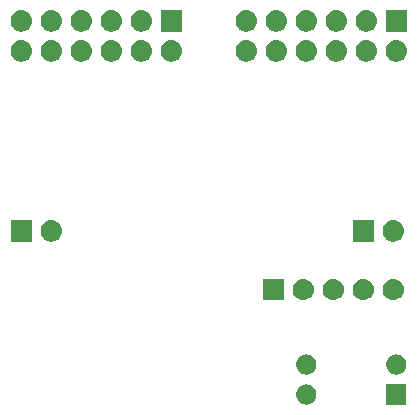
<source format=gbr>
G04 #@! TF.GenerationSoftware,KiCad,Pcbnew,5.1.4-e60b266~84~ubuntu19.04.1*
G04 #@! TF.CreationDate,2020-01-26T15:21:43+11:00*
G04 #@! TF.ProjectId,sid-board_ldo_supplies,7369642d-626f-4617-9264-5f6c646f5f73,rev?*
G04 #@! TF.SameCoordinates,Original*
G04 #@! TF.FileFunction,Soldermask,Bot*
G04 #@! TF.FilePolarity,Negative*
%FSLAX46Y46*%
G04 Gerber Fmt 4.6, Leading zero omitted, Abs format (unit mm)*
G04 Created by KiCad (PCBNEW 5.1.4-e60b266~84~ubuntu19.04.1) date 2020-01-26 15:21:43*
%MOMM*%
%LPD*%
G04 APERTURE LIST*
%ADD10C,0.100000*%
G04 APERTURE END LIST*
D10*
G36*
X101181000Y-96736000D02*
G01*
X99479000Y-96736000D01*
X99479000Y-95034000D01*
X101181000Y-95034000D01*
X101181000Y-96736000D01*
X101181000Y-96736000D01*
G37*
G36*
X92876823Y-95046313D02*
G01*
X93037242Y-95094976D01*
X93169906Y-95165886D01*
X93185078Y-95173996D01*
X93314659Y-95280341D01*
X93421004Y-95409922D01*
X93421005Y-95409924D01*
X93500024Y-95557758D01*
X93548687Y-95718177D01*
X93565117Y-95885000D01*
X93548687Y-96051823D01*
X93500024Y-96212242D01*
X93429114Y-96344906D01*
X93421004Y-96360078D01*
X93314659Y-96489659D01*
X93185078Y-96596004D01*
X93185076Y-96596005D01*
X93037242Y-96675024D01*
X92876823Y-96723687D01*
X92751804Y-96736000D01*
X92668196Y-96736000D01*
X92543177Y-96723687D01*
X92382758Y-96675024D01*
X92234924Y-96596005D01*
X92234922Y-96596004D01*
X92105341Y-96489659D01*
X91998996Y-96360078D01*
X91990886Y-96344906D01*
X91919976Y-96212242D01*
X91871313Y-96051823D01*
X91854883Y-95885000D01*
X91871313Y-95718177D01*
X91919976Y-95557758D01*
X91998995Y-95409924D01*
X91998996Y-95409922D01*
X92105341Y-95280341D01*
X92234922Y-95173996D01*
X92250094Y-95165886D01*
X92382758Y-95094976D01*
X92543177Y-95046313D01*
X92668196Y-95034000D01*
X92751804Y-95034000D01*
X92876823Y-95046313D01*
X92876823Y-95046313D01*
G37*
G36*
X92876823Y-92506313D02*
G01*
X93037242Y-92554976D01*
X93169906Y-92625886D01*
X93185078Y-92633996D01*
X93314659Y-92740341D01*
X93421004Y-92869922D01*
X93421005Y-92869924D01*
X93500024Y-93017758D01*
X93548687Y-93178177D01*
X93565117Y-93345000D01*
X93548687Y-93511823D01*
X93500024Y-93672242D01*
X93429114Y-93804906D01*
X93421004Y-93820078D01*
X93314659Y-93949659D01*
X93185078Y-94056004D01*
X93185076Y-94056005D01*
X93037242Y-94135024D01*
X92876823Y-94183687D01*
X92751804Y-94196000D01*
X92668196Y-94196000D01*
X92543177Y-94183687D01*
X92382758Y-94135024D01*
X92234924Y-94056005D01*
X92234922Y-94056004D01*
X92105341Y-93949659D01*
X91998996Y-93820078D01*
X91990886Y-93804906D01*
X91919976Y-93672242D01*
X91871313Y-93511823D01*
X91854883Y-93345000D01*
X91871313Y-93178177D01*
X91919976Y-93017758D01*
X91998995Y-92869924D01*
X91998996Y-92869922D01*
X92105341Y-92740341D01*
X92234922Y-92633996D01*
X92250094Y-92625886D01*
X92382758Y-92554976D01*
X92543177Y-92506313D01*
X92668196Y-92494000D01*
X92751804Y-92494000D01*
X92876823Y-92506313D01*
X92876823Y-92506313D01*
G37*
G36*
X100496823Y-92506313D02*
G01*
X100657242Y-92554976D01*
X100789906Y-92625886D01*
X100805078Y-92633996D01*
X100934659Y-92740341D01*
X101041004Y-92869922D01*
X101041005Y-92869924D01*
X101120024Y-93017758D01*
X101168687Y-93178177D01*
X101185117Y-93345000D01*
X101168687Y-93511823D01*
X101120024Y-93672242D01*
X101049114Y-93804906D01*
X101041004Y-93820078D01*
X100934659Y-93949659D01*
X100805078Y-94056004D01*
X100805076Y-94056005D01*
X100657242Y-94135024D01*
X100496823Y-94183687D01*
X100371804Y-94196000D01*
X100288196Y-94196000D01*
X100163177Y-94183687D01*
X100002758Y-94135024D01*
X99854924Y-94056005D01*
X99854922Y-94056004D01*
X99725341Y-93949659D01*
X99618996Y-93820078D01*
X99610886Y-93804906D01*
X99539976Y-93672242D01*
X99491313Y-93511823D01*
X99474883Y-93345000D01*
X99491313Y-93178177D01*
X99539976Y-93017758D01*
X99618995Y-92869924D01*
X99618996Y-92869922D01*
X99725341Y-92740341D01*
X99854922Y-92633996D01*
X99870094Y-92625886D01*
X100002758Y-92554976D01*
X100163177Y-92506313D01*
X100288196Y-92494000D01*
X100371804Y-92494000D01*
X100496823Y-92506313D01*
X100496823Y-92506313D01*
G37*
G36*
X100186442Y-86100518D02*
G01*
X100252627Y-86107037D01*
X100422466Y-86158557D01*
X100578991Y-86242222D01*
X100614729Y-86271552D01*
X100716186Y-86354814D01*
X100799448Y-86456271D01*
X100828778Y-86492009D01*
X100912443Y-86648534D01*
X100963963Y-86818373D01*
X100981359Y-86995000D01*
X100963963Y-87171627D01*
X100912443Y-87341466D01*
X100828778Y-87497991D01*
X100799448Y-87533729D01*
X100716186Y-87635186D01*
X100614729Y-87718448D01*
X100578991Y-87747778D01*
X100422466Y-87831443D01*
X100252627Y-87882963D01*
X100186443Y-87889481D01*
X100120260Y-87896000D01*
X100031740Y-87896000D01*
X99965557Y-87889481D01*
X99899373Y-87882963D01*
X99729534Y-87831443D01*
X99573009Y-87747778D01*
X99537271Y-87718448D01*
X99435814Y-87635186D01*
X99352552Y-87533729D01*
X99323222Y-87497991D01*
X99239557Y-87341466D01*
X99188037Y-87171627D01*
X99170641Y-86995000D01*
X99188037Y-86818373D01*
X99239557Y-86648534D01*
X99323222Y-86492009D01*
X99352552Y-86456271D01*
X99435814Y-86354814D01*
X99537271Y-86271552D01*
X99573009Y-86242222D01*
X99729534Y-86158557D01*
X99899373Y-86107037D01*
X99965558Y-86100518D01*
X100031740Y-86094000D01*
X100120260Y-86094000D01*
X100186442Y-86100518D01*
X100186442Y-86100518D01*
G37*
G36*
X97646442Y-86100518D02*
G01*
X97712627Y-86107037D01*
X97882466Y-86158557D01*
X98038991Y-86242222D01*
X98074729Y-86271552D01*
X98176186Y-86354814D01*
X98259448Y-86456271D01*
X98288778Y-86492009D01*
X98372443Y-86648534D01*
X98423963Y-86818373D01*
X98441359Y-86995000D01*
X98423963Y-87171627D01*
X98372443Y-87341466D01*
X98288778Y-87497991D01*
X98259448Y-87533729D01*
X98176186Y-87635186D01*
X98074729Y-87718448D01*
X98038991Y-87747778D01*
X97882466Y-87831443D01*
X97712627Y-87882963D01*
X97646443Y-87889481D01*
X97580260Y-87896000D01*
X97491740Y-87896000D01*
X97425557Y-87889481D01*
X97359373Y-87882963D01*
X97189534Y-87831443D01*
X97033009Y-87747778D01*
X96997271Y-87718448D01*
X96895814Y-87635186D01*
X96812552Y-87533729D01*
X96783222Y-87497991D01*
X96699557Y-87341466D01*
X96648037Y-87171627D01*
X96630641Y-86995000D01*
X96648037Y-86818373D01*
X96699557Y-86648534D01*
X96783222Y-86492009D01*
X96812552Y-86456271D01*
X96895814Y-86354814D01*
X96997271Y-86271552D01*
X97033009Y-86242222D01*
X97189534Y-86158557D01*
X97359373Y-86107037D01*
X97425558Y-86100518D01*
X97491740Y-86094000D01*
X97580260Y-86094000D01*
X97646442Y-86100518D01*
X97646442Y-86100518D01*
G37*
G36*
X95106442Y-86100518D02*
G01*
X95172627Y-86107037D01*
X95342466Y-86158557D01*
X95498991Y-86242222D01*
X95534729Y-86271552D01*
X95636186Y-86354814D01*
X95719448Y-86456271D01*
X95748778Y-86492009D01*
X95832443Y-86648534D01*
X95883963Y-86818373D01*
X95901359Y-86995000D01*
X95883963Y-87171627D01*
X95832443Y-87341466D01*
X95748778Y-87497991D01*
X95719448Y-87533729D01*
X95636186Y-87635186D01*
X95534729Y-87718448D01*
X95498991Y-87747778D01*
X95342466Y-87831443D01*
X95172627Y-87882963D01*
X95106443Y-87889481D01*
X95040260Y-87896000D01*
X94951740Y-87896000D01*
X94885557Y-87889481D01*
X94819373Y-87882963D01*
X94649534Y-87831443D01*
X94493009Y-87747778D01*
X94457271Y-87718448D01*
X94355814Y-87635186D01*
X94272552Y-87533729D01*
X94243222Y-87497991D01*
X94159557Y-87341466D01*
X94108037Y-87171627D01*
X94090641Y-86995000D01*
X94108037Y-86818373D01*
X94159557Y-86648534D01*
X94243222Y-86492009D01*
X94272552Y-86456271D01*
X94355814Y-86354814D01*
X94457271Y-86271552D01*
X94493009Y-86242222D01*
X94649534Y-86158557D01*
X94819373Y-86107037D01*
X94885558Y-86100518D01*
X94951740Y-86094000D01*
X95040260Y-86094000D01*
X95106442Y-86100518D01*
X95106442Y-86100518D01*
G37*
G36*
X92566442Y-86100518D02*
G01*
X92632627Y-86107037D01*
X92802466Y-86158557D01*
X92958991Y-86242222D01*
X92994729Y-86271552D01*
X93096186Y-86354814D01*
X93179448Y-86456271D01*
X93208778Y-86492009D01*
X93292443Y-86648534D01*
X93343963Y-86818373D01*
X93361359Y-86995000D01*
X93343963Y-87171627D01*
X93292443Y-87341466D01*
X93208778Y-87497991D01*
X93179448Y-87533729D01*
X93096186Y-87635186D01*
X92994729Y-87718448D01*
X92958991Y-87747778D01*
X92802466Y-87831443D01*
X92632627Y-87882963D01*
X92566443Y-87889481D01*
X92500260Y-87896000D01*
X92411740Y-87896000D01*
X92345557Y-87889481D01*
X92279373Y-87882963D01*
X92109534Y-87831443D01*
X91953009Y-87747778D01*
X91917271Y-87718448D01*
X91815814Y-87635186D01*
X91732552Y-87533729D01*
X91703222Y-87497991D01*
X91619557Y-87341466D01*
X91568037Y-87171627D01*
X91550641Y-86995000D01*
X91568037Y-86818373D01*
X91619557Y-86648534D01*
X91703222Y-86492009D01*
X91732552Y-86456271D01*
X91815814Y-86354814D01*
X91917271Y-86271552D01*
X91953009Y-86242222D01*
X92109534Y-86158557D01*
X92279373Y-86107037D01*
X92345558Y-86100518D01*
X92411740Y-86094000D01*
X92500260Y-86094000D01*
X92566442Y-86100518D01*
X92566442Y-86100518D01*
G37*
G36*
X90817000Y-87896000D02*
G01*
X89015000Y-87896000D01*
X89015000Y-86094000D01*
X90817000Y-86094000D01*
X90817000Y-87896000D01*
X90817000Y-87896000D01*
G37*
G36*
X100186443Y-81147519D02*
G01*
X100252627Y-81154037D01*
X100422466Y-81205557D01*
X100578991Y-81289222D01*
X100614729Y-81318552D01*
X100716186Y-81401814D01*
X100799448Y-81503271D01*
X100828778Y-81539009D01*
X100912443Y-81695534D01*
X100963963Y-81865373D01*
X100981359Y-82042000D01*
X100963963Y-82218627D01*
X100912443Y-82388466D01*
X100828778Y-82544991D01*
X100799448Y-82580729D01*
X100716186Y-82682186D01*
X100614729Y-82765448D01*
X100578991Y-82794778D01*
X100422466Y-82878443D01*
X100252627Y-82929963D01*
X100186443Y-82936481D01*
X100120260Y-82943000D01*
X100031740Y-82943000D01*
X99965557Y-82936481D01*
X99899373Y-82929963D01*
X99729534Y-82878443D01*
X99573009Y-82794778D01*
X99537271Y-82765448D01*
X99435814Y-82682186D01*
X99352552Y-82580729D01*
X99323222Y-82544991D01*
X99239557Y-82388466D01*
X99188037Y-82218627D01*
X99170641Y-82042000D01*
X99188037Y-81865373D01*
X99239557Y-81695534D01*
X99323222Y-81539009D01*
X99352552Y-81503271D01*
X99435814Y-81401814D01*
X99537271Y-81318552D01*
X99573009Y-81289222D01*
X99729534Y-81205557D01*
X99899373Y-81154037D01*
X99965557Y-81147519D01*
X100031740Y-81141000D01*
X100120260Y-81141000D01*
X100186443Y-81147519D01*
X100186443Y-81147519D01*
G37*
G36*
X69481000Y-82943000D02*
G01*
X67679000Y-82943000D01*
X67679000Y-81141000D01*
X69481000Y-81141000D01*
X69481000Y-82943000D01*
X69481000Y-82943000D01*
G37*
G36*
X71230443Y-81147519D02*
G01*
X71296627Y-81154037D01*
X71466466Y-81205557D01*
X71622991Y-81289222D01*
X71658729Y-81318552D01*
X71760186Y-81401814D01*
X71843448Y-81503271D01*
X71872778Y-81539009D01*
X71956443Y-81695534D01*
X72007963Y-81865373D01*
X72025359Y-82042000D01*
X72007963Y-82218627D01*
X71956443Y-82388466D01*
X71872778Y-82544991D01*
X71843448Y-82580729D01*
X71760186Y-82682186D01*
X71658729Y-82765448D01*
X71622991Y-82794778D01*
X71466466Y-82878443D01*
X71296627Y-82929963D01*
X71230443Y-82936481D01*
X71164260Y-82943000D01*
X71075740Y-82943000D01*
X71009557Y-82936481D01*
X70943373Y-82929963D01*
X70773534Y-82878443D01*
X70617009Y-82794778D01*
X70581271Y-82765448D01*
X70479814Y-82682186D01*
X70396552Y-82580729D01*
X70367222Y-82544991D01*
X70283557Y-82388466D01*
X70232037Y-82218627D01*
X70214641Y-82042000D01*
X70232037Y-81865373D01*
X70283557Y-81695534D01*
X70367222Y-81539009D01*
X70396552Y-81503271D01*
X70479814Y-81401814D01*
X70581271Y-81318552D01*
X70617009Y-81289222D01*
X70773534Y-81205557D01*
X70943373Y-81154037D01*
X71009557Y-81147519D01*
X71075740Y-81141000D01*
X71164260Y-81141000D01*
X71230443Y-81147519D01*
X71230443Y-81147519D01*
G37*
G36*
X98437000Y-82943000D02*
G01*
X96635000Y-82943000D01*
X96635000Y-81141000D01*
X98437000Y-81141000D01*
X98437000Y-82943000D01*
X98437000Y-82943000D01*
G37*
G36*
X87740443Y-65907519D02*
G01*
X87806627Y-65914037D01*
X87976466Y-65965557D01*
X88132991Y-66049222D01*
X88168729Y-66078552D01*
X88270186Y-66161814D01*
X88353448Y-66263271D01*
X88382778Y-66299009D01*
X88466443Y-66455534D01*
X88517963Y-66625373D01*
X88535359Y-66802000D01*
X88517963Y-66978627D01*
X88466443Y-67148466D01*
X88382778Y-67304991D01*
X88353448Y-67340729D01*
X88270186Y-67442186D01*
X88168729Y-67525448D01*
X88132991Y-67554778D01*
X87976466Y-67638443D01*
X87806627Y-67689963D01*
X87740442Y-67696482D01*
X87674260Y-67703000D01*
X87585740Y-67703000D01*
X87519558Y-67696482D01*
X87453373Y-67689963D01*
X87283534Y-67638443D01*
X87127009Y-67554778D01*
X87091271Y-67525448D01*
X86989814Y-67442186D01*
X86906552Y-67340729D01*
X86877222Y-67304991D01*
X86793557Y-67148466D01*
X86742037Y-66978627D01*
X86724641Y-66802000D01*
X86742037Y-66625373D01*
X86793557Y-66455534D01*
X86877222Y-66299009D01*
X86906552Y-66263271D01*
X86989814Y-66161814D01*
X87091271Y-66078552D01*
X87127009Y-66049222D01*
X87283534Y-65965557D01*
X87453373Y-65914037D01*
X87519557Y-65907519D01*
X87585740Y-65901000D01*
X87674260Y-65901000D01*
X87740443Y-65907519D01*
X87740443Y-65907519D01*
G37*
G36*
X90280443Y-65907519D02*
G01*
X90346627Y-65914037D01*
X90516466Y-65965557D01*
X90672991Y-66049222D01*
X90708729Y-66078552D01*
X90810186Y-66161814D01*
X90893448Y-66263271D01*
X90922778Y-66299009D01*
X91006443Y-66455534D01*
X91057963Y-66625373D01*
X91075359Y-66802000D01*
X91057963Y-66978627D01*
X91006443Y-67148466D01*
X90922778Y-67304991D01*
X90893448Y-67340729D01*
X90810186Y-67442186D01*
X90708729Y-67525448D01*
X90672991Y-67554778D01*
X90516466Y-67638443D01*
X90346627Y-67689963D01*
X90280442Y-67696482D01*
X90214260Y-67703000D01*
X90125740Y-67703000D01*
X90059558Y-67696482D01*
X89993373Y-67689963D01*
X89823534Y-67638443D01*
X89667009Y-67554778D01*
X89631271Y-67525448D01*
X89529814Y-67442186D01*
X89446552Y-67340729D01*
X89417222Y-67304991D01*
X89333557Y-67148466D01*
X89282037Y-66978627D01*
X89264641Y-66802000D01*
X89282037Y-66625373D01*
X89333557Y-66455534D01*
X89417222Y-66299009D01*
X89446552Y-66263271D01*
X89529814Y-66161814D01*
X89631271Y-66078552D01*
X89667009Y-66049222D01*
X89823534Y-65965557D01*
X89993373Y-65914037D01*
X90059557Y-65907519D01*
X90125740Y-65901000D01*
X90214260Y-65901000D01*
X90280443Y-65907519D01*
X90280443Y-65907519D01*
G37*
G36*
X92820443Y-65907519D02*
G01*
X92886627Y-65914037D01*
X93056466Y-65965557D01*
X93212991Y-66049222D01*
X93248729Y-66078552D01*
X93350186Y-66161814D01*
X93433448Y-66263271D01*
X93462778Y-66299009D01*
X93546443Y-66455534D01*
X93597963Y-66625373D01*
X93615359Y-66802000D01*
X93597963Y-66978627D01*
X93546443Y-67148466D01*
X93462778Y-67304991D01*
X93433448Y-67340729D01*
X93350186Y-67442186D01*
X93248729Y-67525448D01*
X93212991Y-67554778D01*
X93056466Y-67638443D01*
X92886627Y-67689963D01*
X92820442Y-67696482D01*
X92754260Y-67703000D01*
X92665740Y-67703000D01*
X92599558Y-67696482D01*
X92533373Y-67689963D01*
X92363534Y-67638443D01*
X92207009Y-67554778D01*
X92171271Y-67525448D01*
X92069814Y-67442186D01*
X91986552Y-67340729D01*
X91957222Y-67304991D01*
X91873557Y-67148466D01*
X91822037Y-66978627D01*
X91804641Y-66802000D01*
X91822037Y-66625373D01*
X91873557Y-66455534D01*
X91957222Y-66299009D01*
X91986552Y-66263271D01*
X92069814Y-66161814D01*
X92171271Y-66078552D01*
X92207009Y-66049222D01*
X92363534Y-65965557D01*
X92533373Y-65914037D01*
X92599557Y-65907519D01*
X92665740Y-65901000D01*
X92754260Y-65901000D01*
X92820443Y-65907519D01*
X92820443Y-65907519D01*
G37*
G36*
X97900443Y-65907519D02*
G01*
X97966627Y-65914037D01*
X98136466Y-65965557D01*
X98292991Y-66049222D01*
X98328729Y-66078552D01*
X98430186Y-66161814D01*
X98513448Y-66263271D01*
X98542778Y-66299009D01*
X98626443Y-66455534D01*
X98677963Y-66625373D01*
X98695359Y-66802000D01*
X98677963Y-66978627D01*
X98626443Y-67148466D01*
X98542778Y-67304991D01*
X98513448Y-67340729D01*
X98430186Y-67442186D01*
X98328729Y-67525448D01*
X98292991Y-67554778D01*
X98136466Y-67638443D01*
X97966627Y-67689963D01*
X97900442Y-67696482D01*
X97834260Y-67703000D01*
X97745740Y-67703000D01*
X97679558Y-67696482D01*
X97613373Y-67689963D01*
X97443534Y-67638443D01*
X97287009Y-67554778D01*
X97251271Y-67525448D01*
X97149814Y-67442186D01*
X97066552Y-67340729D01*
X97037222Y-67304991D01*
X96953557Y-67148466D01*
X96902037Y-66978627D01*
X96884641Y-66802000D01*
X96902037Y-66625373D01*
X96953557Y-66455534D01*
X97037222Y-66299009D01*
X97066552Y-66263271D01*
X97149814Y-66161814D01*
X97251271Y-66078552D01*
X97287009Y-66049222D01*
X97443534Y-65965557D01*
X97613373Y-65914037D01*
X97679557Y-65907519D01*
X97745740Y-65901000D01*
X97834260Y-65901000D01*
X97900443Y-65907519D01*
X97900443Y-65907519D01*
G37*
G36*
X100440443Y-65907519D02*
G01*
X100506627Y-65914037D01*
X100676466Y-65965557D01*
X100832991Y-66049222D01*
X100868729Y-66078552D01*
X100970186Y-66161814D01*
X101053448Y-66263271D01*
X101082778Y-66299009D01*
X101166443Y-66455534D01*
X101217963Y-66625373D01*
X101235359Y-66802000D01*
X101217963Y-66978627D01*
X101166443Y-67148466D01*
X101082778Y-67304991D01*
X101053448Y-67340729D01*
X100970186Y-67442186D01*
X100868729Y-67525448D01*
X100832991Y-67554778D01*
X100676466Y-67638443D01*
X100506627Y-67689963D01*
X100440442Y-67696482D01*
X100374260Y-67703000D01*
X100285740Y-67703000D01*
X100219558Y-67696482D01*
X100153373Y-67689963D01*
X99983534Y-67638443D01*
X99827009Y-67554778D01*
X99791271Y-67525448D01*
X99689814Y-67442186D01*
X99606552Y-67340729D01*
X99577222Y-67304991D01*
X99493557Y-67148466D01*
X99442037Y-66978627D01*
X99424641Y-66802000D01*
X99442037Y-66625373D01*
X99493557Y-66455534D01*
X99577222Y-66299009D01*
X99606552Y-66263271D01*
X99689814Y-66161814D01*
X99791271Y-66078552D01*
X99827009Y-66049222D01*
X99983534Y-65965557D01*
X100153373Y-65914037D01*
X100219557Y-65907519D01*
X100285740Y-65901000D01*
X100374260Y-65901000D01*
X100440443Y-65907519D01*
X100440443Y-65907519D01*
G37*
G36*
X71230443Y-65907519D02*
G01*
X71296627Y-65914037D01*
X71466466Y-65965557D01*
X71622991Y-66049222D01*
X71658729Y-66078552D01*
X71760186Y-66161814D01*
X71843448Y-66263271D01*
X71872778Y-66299009D01*
X71956443Y-66455534D01*
X72007963Y-66625373D01*
X72025359Y-66802000D01*
X72007963Y-66978627D01*
X71956443Y-67148466D01*
X71872778Y-67304991D01*
X71843448Y-67340729D01*
X71760186Y-67442186D01*
X71658729Y-67525448D01*
X71622991Y-67554778D01*
X71466466Y-67638443D01*
X71296627Y-67689963D01*
X71230442Y-67696482D01*
X71164260Y-67703000D01*
X71075740Y-67703000D01*
X71009558Y-67696482D01*
X70943373Y-67689963D01*
X70773534Y-67638443D01*
X70617009Y-67554778D01*
X70581271Y-67525448D01*
X70479814Y-67442186D01*
X70396552Y-67340729D01*
X70367222Y-67304991D01*
X70283557Y-67148466D01*
X70232037Y-66978627D01*
X70214641Y-66802000D01*
X70232037Y-66625373D01*
X70283557Y-66455534D01*
X70367222Y-66299009D01*
X70396552Y-66263271D01*
X70479814Y-66161814D01*
X70581271Y-66078552D01*
X70617009Y-66049222D01*
X70773534Y-65965557D01*
X70943373Y-65914037D01*
X71009557Y-65907519D01*
X71075740Y-65901000D01*
X71164260Y-65901000D01*
X71230443Y-65907519D01*
X71230443Y-65907519D01*
G37*
G36*
X73770443Y-65907519D02*
G01*
X73836627Y-65914037D01*
X74006466Y-65965557D01*
X74162991Y-66049222D01*
X74198729Y-66078552D01*
X74300186Y-66161814D01*
X74383448Y-66263271D01*
X74412778Y-66299009D01*
X74496443Y-66455534D01*
X74547963Y-66625373D01*
X74565359Y-66802000D01*
X74547963Y-66978627D01*
X74496443Y-67148466D01*
X74412778Y-67304991D01*
X74383448Y-67340729D01*
X74300186Y-67442186D01*
X74198729Y-67525448D01*
X74162991Y-67554778D01*
X74006466Y-67638443D01*
X73836627Y-67689963D01*
X73770442Y-67696482D01*
X73704260Y-67703000D01*
X73615740Y-67703000D01*
X73549558Y-67696482D01*
X73483373Y-67689963D01*
X73313534Y-67638443D01*
X73157009Y-67554778D01*
X73121271Y-67525448D01*
X73019814Y-67442186D01*
X72936552Y-67340729D01*
X72907222Y-67304991D01*
X72823557Y-67148466D01*
X72772037Y-66978627D01*
X72754641Y-66802000D01*
X72772037Y-66625373D01*
X72823557Y-66455534D01*
X72907222Y-66299009D01*
X72936552Y-66263271D01*
X73019814Y-66161814D01*
X73121271Y-66078552D01*
X73157009Y-66049222D01*
X73313534Y-65965557D01*
X73483373Y-65914037D01*
X73549557Y-65907519D01*
X73615740Y-65901000D01*
X73704260Y-65901000D01*
X73770443Y-65907519D01*
X73770443Y-65907519D01*
G37*
G36*
X76310443Y-65907519D02*
G01*
X76376627Y-65914037D01*
X76546466Y-65965557D01*
X76702991Y-66049222D01*
X76738729Y-66078552D01*
X76840186Y-66161814D01*
X76923448Y-66263271D01*
X76952778Y-66299009D01*
X77036443Y-66455534D01*
X77087963Y-66625373D01*
X77105359Y-66802000D01*
X77087963Y-66978627D01*
X77036443Y-67148466D01*
X76952778Y-67304991D01*
X76923448Y-67340729D01*
X76840186Y-67442186D01*
X76738729Y-67525448D01*
X76702991Y-67554778D01*
X76546466Y-67638443D01*
X76376627Y-67689963D01*
X76310442Y-67696482D01*
X76244260Y-67703000D01*
X76155740Y-67703000D01*
X76089558Y-67696482D01*
X76023373Y-67689963D01*
X75853534Y-67638443D01*
X75697009Y-67554778D01*
X75661271Y-67525448D01*
X75559814Y-67442186D01*
X75476552Y-67340729D01*
X75447222Y-67304991D01*
X75363557Y-67148466D01*
X75312037Y-66978627D01*
X75294641Y-66802000D01*
X75312037Y-66625373D01*
X75363557Y-66455534D01*
X75447222Y-66299009D01*
X75476552Y-66263271D01*
X75559814Y-66161814D01*
X75661271Y-66078552D01*
X75697009Y-66049222D01*
X75853534Y-65965557D01*
X76023373Y-65914037D01*
X76089557Y-65907519D01*
X76155740Y-65901000D01*
X76244260Y-65901000D01*
X76310443Y-65907519D01*
X76310443Y-65907519D01*
G37*
G36*
X78850443Y-65907519D02*
G01*
X78916627Y-65914037D01*
X79086466Y-65965557D01*
X79242991Y-66049222D01*
X79278729Y-66078552D01*
X79380186Y-66161814D01*
X79463448Y-66263271D01*
X79492778Y-66299009D01*
X79576443Y-66455534D01*
X79627963Y-66625373D01*
X79645359Y-66802000D01*
X79627963Y-66978627D01*
X79576443Y-67148466D01*
X79492778Y-67304991D01*
X79463448Y-67340729D01*
X79380186Y-67442186D01*
X79278729Y-67525448D01*
X79242991Y-67554778D01*
X79086466Y-67638443D01*
X78916627Y-67689963D01*
X78850442Y-67696482D01*
X78784260Y-67703000D01*
X78695740Y-67703000D01*
X78629558Y-67696482D01*
X78563373Y-67689963D01*
X78393534Y-67638443D01*
X78237009Y-67554778D01*
X78201271Y-67525448D01*
X78099814Y-67442186D01*
X78016552Y-67340729D01*
X77987222Y-67304991D01*
X77903557Y-67148466D01*
X77852037Y-66978627D01*
X77834641Y-66802000D01*
X77852037Y-66625373D01*
X77903557Y-66455534D01*
X77987222Y-66299009D01*
X78016552Y-66263271D01*
X78099814Y-66161814D01*
X78201271Y-66078552D01*
X78237009Y-66049222D01*
X78393534Y-65965557D01*
X78563373Y-65914037D01*
X78629557Y-65907519D01*
X78695740Y-65901000D01*
X78784260Y-65901000D01*
X78850443Y-65907519D01*
X78850443Y-65907519D01*
G37*
G36*
X81390443Y-65907519D02*
G01*
X81456627Y-65914037D01*
X81626466Y-65965557D01*
X81782991Y-66049222D01*
X81818729Y-66078552D01*
X81920186Y-66161814D01*
X82003448Y-66263271D01*
X82032778Y-66299009D01*
X82116443Y-66455534D01*
X82167963Y-66625373D01*
X82185359Y-66802000D01*
X82167963Y-66978627D01*
X82116443Y-67148466D01*
X82032778Y-67304991D01*
X82003448Y-67340729D01*
X81920186Y-67442186D01*
X81818729Y-67525448D01*
X81782991Y-67554778D01*
X81626466Y-67638443D01*
X81456627Y-67689963D01*
X81390442Y-67696482D01*
X81324260Y-67703000D01*
X81235740Y-67703000D01*
X81169558Y-67696482D01*
X81103373Y-67689963D01*
X80933534Y-67638443D01*
X80777009Y-67554778D01*
X80741271Y-67525448D01*
X80639814Y-67442186D01*
X80556552Y-67340729D01*
X80527222Y-67304991D01*
X80443557Y-67148466D01*
X80392037Y-66978627D01*
X80374641Y-66802000D01*
X80392037Y-66625373D01*
X80443557Y-66455534D01*
X80527222Y-66299009D01*
X80556552Y-66263271D01*
X80639814Y-66161814D01*
X80741271Y-66078552D01*
X80777009Y-66049222D01*
X80933534Y-65965557D01*
X81103373Y-65914037D01*
X81169557Y-65907519D01*
X81235740Y-65901000D01*
X81324260Y-65901000D01*
X81390443Y-65907519D01*
X81390443Y-65907519D01*
G37*
G36*
X95360443Y-65907519D02*
G01*
X95426627Y-65914037D01*
X95596466Y-65965557D01*
X95752991Y-66049222D01*
X95788729Y-66078552D01*
X95890186Y-66161814D01*
X95973448Y-66263271D01*
X96002778Y-66299009D01*
X96086443Y-66455534D01*
X96137963Y-66625373D01*
X96155359Y-66802000D01*
X96137963Y-66978627D01*
X96086443Y-67148466D01*
X96002778Y-67304991D01*
X95973448Y-67340729D01*
X95890186Y-67442186D01*
X95788729Y-67525448D01*
X95752991Y-67554778D01*
X95596466Y-67638443D01*
X95426627Y-67689963D01*
X95360442Y-67696482D01*
X95294260Y-67703000D01*
X95205740Y-67703000D01*
X95139558Y-67696482D01*
X95073373Y-67689963D01*
X94903534Y-67638443D01*
X94747009Y-67554778D01*
X94711271Y-67525448D01*
X94609814Y-67442186D01*
X94526552Y-67340729D01*
X94497222Y-67304991D01*
X94413557Y-67148466D01*
X94362037Y-66978627D01*
X94344641Y-66802000D01*
X94362037Y-66625373D01*
X94413557Y-66455534D01*
X94497222Y-66299009D01*
X94526552Y-66263271D01*
X94609814Y-66161814D01*
X94711271Y-66078552D01*
X94747009Y-66049222D01*
X94903534Y-65965557D01*
X95073373Y-65914037D01*
X95139557Y-65907519D01*
X95205740Y-65901000D01*
X95294260Y-65901000D01*
X95360443Y-65907519D01*
X95360443Y-65907519D01*
G37*
G36*
X68690443Y-65907519D02*
G01*
X68756627Y-65914037D01*
X68926466Y-65965557D01*
X69082991Y-66049222D01*
X69118729Y-66078552D01*
X69220186Y-66161814D01*
X69303448Y-66263271D01*
X69332778Y-66299009D01*
X69416443Y-66455534D01*
X69467963Y-66625373D01*
X69485359Y-66802000D01*
X69467963Y-66978627D01*
X69416443Y-67148466D01*
X69332778Y-67304991D01*
X69303448Y-67340729D01*
X69220186Y-67442186D01*
X69118729Y-67525448D01*
X69082991Y-67554778D01*
X68926466Y-67638443D01*
X68756627Y-67689963D01*
X68690442Y-67696482D01*
X68624260Y-67703000D01*
X68535740Y-67703000D01*
X68469558Y-67696482D01*
X68403373Y-67689963D01*
X68233534Y-67638443D01*
X68077009Y-67554778D01*
X68041271Y-67525448D01*
X67939814Y-67442186D01*
X67856552Y-67340729D01*
X67827222Y-67304991D01*
X67743557Y-67148466D01*
X67692037Y-66978627D01*
X67674641Y-66802000D01*
X67692037Y-66625373D01*
X67743557Y-66455534D01*
X67827222Y-66299009D01*
X67856552Y-66263271D01*
X67939814Y-66161814D01*
X68041271Y-66078552D01*
X68077009Y-66049222D01*
X68233534Y-65965557D01*
X68403373Y-65914037D01*
X68469557Y-65907519D01*
X68535740Y-65901000D01*
X68624260Y-65901000D01*
X68690443Y-65907519D01*
X68690443Y-65907519D01*
G37*
G36*
X82181000Y-65163000D02*
G01*
X80379000Y-65163000D01*
X80379000Y-63361000D01*
X82181000Y-63361000D01*
X82181000Y-65163000D01*
X82181000Y-65163000D01*
G37*
G36*
X78850442Y-63367518D02*
G01*
X78916627Y-63374037D01*
X79086466Y-63425557D01*
X79242991Y-63509222D01*
X79278729Y-63538552D01*
X79380186Y-63621814D01*
X79463448Y-63723271D01*
X79492778Y-63759009D01*
X79576443Y-63915534D01*
X79627963Y-64085373D01*
X79645359Y-64262000D01*
X79627963Y-64438627D01*
X79576443Y-64608466D01*
X79492778Y-64764991D01*
X79463448Y-64800729D01*
X79380186Y-64902186D01*
X79278729Y-64985448D01*
X79242991Y-65014778D01*
X79086466Y-65098443D01*
X78916627Y-65149963D01*
X78850443Y-65156481D01*
X78784260Y-65163000D01*
X78695740Y-65163000D01*
X78629557Y-65156481D01*
X78563373Y-65149963D01*
X78393534Y-65098443D01*
X78237009Y-65014778D01*
X78201271Y-64985448D01*
X78099814Y-64902186D01*
X78016552Y-64800729D01*
X77987222Y-64764991D01*
X77903557Y-64608466D01*
X77852037Y-64438627D01*
X77834641Y-64262000D01*
X77852037Y-64085373D01*
X77903557Y-63915534D01*
X77987222Y-63759009D01*
X78016552Y-63723271D01*
X78099814Y-63621814D01*
X78201271Y-63538552D01*
X78237009Y-63509222D01*
X78393534Y-63425557D01*
X78563373Y-63374037D01*
X78629558Y-63367518D01*
X78695740Y-63361000D01*
X78784260Y-63361000D01*
X78850442Y-63367518D01*
X78850442Y-63367518D01*
G37*
G36*
X76310442Y-63367518D02*
G01*
X76376627Y-63374037D01*
X76546466Y-63425557D01*
X76702991Y-63509222D01*
X76738729Y-63538552D01*
X76840186Y-63621814D01*
X76923448Y-63723271D01*
X76952778Y-63759009D01*
X77036443Y-63915534D01*
X77087963Y-64085373D01*
X77105359Y-64262000D01*
X77087963Y-64438627D01*
X77036443Y-64608466D01*
X76952778Y-64764991D01*
X76923448Y-64800729D01*
X76840186Y-64902186D01*
X76738729Y-64985448D01*
X76702991Y-65014778D01*
X76546466Y-65098443D01*
X76376627Y-65149963D01*
X76310443Y-65156481D01*
X76244260Y-65163000D01*
X76155740Y-65163000D01*
X76089557Y-65156481D01*
X76023373Y-65149963D01*
X75853534Y-65098443D01*
X75697009Y-65014778D01*
X75661271Y-64985448D01*
X75559814Y-64902186D01*
X75476552Y-64800729D01*
X75447222Y-64764991D01*
X75363557Y-64608466D01*
X75312037Y-64438627D01*
X75294641Y-64262000D01*
X75312037Y-64085373D01*
X75363557Y-63915534D01*
X75447222Y-63759009D01*
X75476552Y-63723271D01*
X75559814Y-63621814D01*
X75661271Y-63538552D01*
X75697009Y-63509222D01*
X75853534Y-63425557D01*
X76023373Y-63374037D01*
X76089558Y-63367518D01*
X76155740Y-63361000D01*
X76244260Y-63361000D01*
X76310442Y-63367518D01*
X76310442Y-63367518D01*
G37*
G36*
X97900442Y-63367518D02*
G01*
X97966627Y-63374037D01*
X98136466Y-63425557D01*
X98292991Y-63509222D01*
X98328729Y-63538552D01*
X98430186Y-63621814D01*
X98513448Y-63723271D01*
X98542778Y-63759009D01*
X98626443Y-63915534D01*
X98677963Y-64085373D01*
X98695359Y-64262000D01*
X98677963Y-64438627D01*
X98626443Y-64608466D01*
X98542778Y-64764991D01*
X98513448Y-64800729D01*
X98430186Y-64902186D01*
X98328729Y-64985448D01*
X98292991Y-65014778D01*
X98136466Y-65098443D01*
X97966627Y-65149963D01*
X97900443Y-65156481D01*
X97834260Y-65163000D01*
X97745740Y-65163000D01*
X97679557Y-65156481D01*
X97613373Y-65149963D01*
X97443534Y-65098443D01*
X97287009Y-65014778D01*
X97251271Y-64985448D01*
X97149814Y-64902186D01*
X97066552Y-64800729D01*
X97037222Y-64764991D01*
X96953557Y-64608466D01*
X96902037Y-64438627D01*
X96884641Y-64262000D01*
X96902037Y-64085373D01*
X96953557Y-63915534D01*
X97037222Y-63759009D01*
X97066552Y-63723271D01*
X97149814Y-63621814D01*
X97251271Y-63538552D01*
X97287009Y-63509222D01*
X97443534Y-63425557D01*
X97613373Y-63374037D01*
X97679558Y-63367518D01*
X97745740Y-63361000D01*
X97834260Y-63361000D01*
X97900442Y-63367518D01*
X97900442Y-63367518D01*
G37*
G36*
X73770442Y-63367518D02*
G01*
X73836627Y-63374037D01*
X74006466Y-63425557D01*
X74162991Y-63509222D01*
X74198729Y-63538552D01*
X74300186Y-63621814D01*
X74383448Y-63723271D01*
X74412778Y-63759009D01*
X74496443Y-63915534D01*
X74547963Y-64085373D01*
X74565359Y-64262000D01*
X74547963Y-64438627D01*
X74496443Y-64608466D01*
X74412778Y-64764991D01*
X74383448Y-64800729D01*
X74300186Y-64902186D01*
X74198729Y-64985448D01*
X74162991Y-65014778D01*
X74006466Y-65098443D01*
X73836627Y-65149963D01*
X73770443Y-65156481D01*
X73704260Y-65163000D01*
X73615740Y-65163000D01*
X73549557Y-65156481D01*
X73483373Y-65149963D01*
X73313534Y-65098443D01*
X73157009Y-65014778D01*
X73121271Y-64985448D01*
X73019814Y-64902186D01*
X72936552Y-64800729D01*
X72907222Y-64764991D01*
X72823557Y-64608466D01*
X72772037Y-64438627D01*
X72754641Y-64262000D01*
X72772037Y-64085373D01*
X72823557Y-63915534D01*
X72907222Y-63759009D01*
X72936552Y-63723271D01*
X73019814Y-63621814D01*
X73121271Y-63538552D01*
X73157009Y-63509222D01*
X73313534Y-63425557D01*
X73483373Y-63374037D01*
X73549558Y-63367518D01*
X73615740Y-63361000D01*
X73704260Y-63361000D01*
X73770442Y-63367518D01*
X73770442Y-63367518D01*
G37*
G36*
X95360442Y-63367518D02*
G01*
X95426627Y-63374037D01*
X95596466Y-63425557D01*
X95752991Y-63509222D01*
X95788729Y-63538552D01*
X95890186Y-63621814D01*
X95973448Y-63723271D01*
X96002778Y-63759009D01*
X96086443Y-63915534D01*
X96137963Y-64085373D01*
X96155359Y-64262000D01*
X96137963Y-64438627D01*
X96086443Y-64608466D01*
X96002778Y-64764991D01*
X95973448Y-64800729D01*
X95890186Y-64902186D01*
X95788729Y-64985448D01*
X95752991Y-65014778D01*
X95596466Y-65098443D01*
X95426627Y-65149963D01*
X95360443Y-65156481D01*
X95294260Y-65163000D01*
X95205740Y-65163000D01*
X95139557Y-65156481D01*
X95073373Y-65149963D01*
X94903534Y-65098443D01*
X94747009Y-65014778D01*
X94711271Y-64985448D01*
X94609814Y-64902186D01*
X94526552Y-64800729D01*
X94497222Y-64764991D01*
X94413557Y-64608466D01*
X94362037Y-64438627D01*
X94344641Y-64262000D01*
X94362037Y-64085373D01*
X94413557Y-63915534D01*
X94497222Y-63759009D01*
X94526552Y-63723271D01*
X94609814Y-63621814D01*
X94711271Y-63538552D01*
X94747009Y-63509222D01*
X94903534Y-63425557D01*
X95073373Y-63374037D01*
X95139558Y-63367518D01*
X95205740Y-63361000D01*
X95294260Y-63361000D01*
X95360442Y-63367518D01*
X95360442Y-63367518D01*
G37*
G36*
X71230442Y-63367518D02*
G01*
X71296627Y-63374037D01*
X71466466Y-63425557D01*
X71622991Y-63509222D01*
X71658729Y-63538552D01*
X71760186Y-63621814D01*
X71843448Y-63723271D01*
X71872778Y-63759009D01*
X71956443Y-63915534D01*
X72007963Y-64085373D01*
X72025359Y-64262000D01*
X72007963Y-64438627D01*
X71956443Y-64608466D01*
X71872778Y-64764991D01*
X71843448Y-64800729D01*
X71760186Y-64902186D01*
X71658729Y-64985448D01*
X71622991Y-65014778D01*
X71466466Y-65098443D01*
X71296627Y-65149963D01*
X71230443Y-65156481D01*
X71164260Y-65163000D01*
X71075740Y-65163000D01*
X71009557Y-65156481D01*
X70943373Y-65149963D01*
X70773534Y-65098443D01*
X70617009Y-65014778D01*
X70581271Y-64985448D01*
X70479814Y-64902186D01*
X70396552Y-64800729D01*
X70367222Y-64764991D01*
X70283557Y-64608466D01*
X70232037Y-64438627D01*
X70214641Y-64262000D01*
X70232037Y-64085373D01*
X70283557Y-63915534D01*
X70367222Y-63759009D01*
X70396552Y-63723271D01*
X70479814Y-63621814D01*
X70581271Y-63538552D01*
X70617009Y-63509222D01*
X70773534Y-63425557D01*
X70943373Y-63374037D01*
X71009558Y-63367518D01*
X71075740Y-63361000D01*
X71164260Y-63361000D01*
X71230442Y-63367518D01*
X71230442Y-63367518D01*
G37*
G36*
X92820442Y-63367518D02*
G01*
X92886627Y-63374037D01*
X93056466Y-63425557D01*
X93212991Y-63509222D01*
X93248729Y-63538552D01*
X93350186Y-63621814D01*
X93433448Y-63723271D01*
X93462778Y-63759009D01*
X93546443Y-63915534D01*
X93597963Y-64085373D01*
X93615359Y-64262000D01*
X93597963Y-64438627D01*
X93546443Y-64608466D01*
X93462778Y-64764991D01*
X93433448Y-64800729D01*
X93350186Y-64902186D01*
X93248729Y-64985448D01*
X93212991Y-65014778D01*
X93056466Y-65098443D01*
X92886627Y-65149963D01*
X92820443Y-65156481D01*
X92754260Y-65163000D01*
X92665740Y-65163000D01*
X92599557Y-65156481D01*
X92533373Y-65149963D01*
X92363534Y-65098443D01*
X92207009Y-65014778D01*
X92171271Y-64985448D01*
X92069814Y-64902186D01*
X91986552Y-64800729D01*
X91957222Y-64764991D01*
X91873557Y-64608466D01*
X91822037Y-64438627D01*
X91804641Y-64262000D01*
X91822037Y-64085373D01*
X91873557Y-63915534D01*
X91957222Y-63759009D01*
X91986552Y-63723271D01*
X92069814Y-63621814D01*
X92171271Y-63538552D01*
X92207009Y-63509222D01*
X92363534Y-63425557D01*
X92533373Y-63374037D01*
X92599558Y-63367518D01*
X92665740Y-63361000D01*
X92754260Y-63361000D01*
X92820442Y-63367518D01*
X92820442Y-63367518D01*
G37*
G36*
X68690442Y-63367518D02*
G01*
X68756627Y-63374037D01*
X68926466Y-63425557D01*
X69082991Y-63509222D01*
X69118729Y-63538552D01*
X69220186Y-63621814D01*
X69303448Y-63723271D01*
X69332778Y-63759009D01*
X69416443Y-63915534D01*
X69467963Y-64085373D01*
X69485359Y-64262000D01*
X69467963Y-64438627D01*
X69416443Y-64608466D01*
X69332778Y-64764991D01*
X69303448Y-64800729D01*
X69220186Y-64902186D01*
X69118729Y-64985448D01*
X69082991Y-65014778D01*
X68926466Y-65098443D01*
X68756627Y-65149963D01*
X68690443Y-65156481D01*
X68624260Y-65163000D01*
X68535740Y-65163000D01*
X68469557Y-65156481D01*
X68403373Y-65149963D01*
X68233534Y-65098443D01*
X68077009Y-65014778D01*
X68041271Y-64985448D01*
X67939814Y-64902186D01*
X67856552Y-64800729D01*
X67827222Y-64764991D01*
X67743557Y-64608466D01*
X67692037Y-64438627D01*
X67674641Y-64262000D01*
X67692037Y-64085373D01*
X67743557Y-63915534D01*
X67827222Y-63759009D01*
X67856552Y-63723271D01*
X67939814Y-63621814D01*
X68041271Y-63538552D01*
X68077009Y-63509222D01*
X68233534Y-63425557D01*
X68403373Y-63374037D01*
X68469558Y-63367518D01*
X68535740Y-63361000D01*
X68624260Y-63361000D01*
X68690442Y-63367518D01*
X68690442Y-63367518D01*
G37*
G36*
X90280442Y-63367518D02*
G01*
X90346627Y-63374037D01*
X90516466Y-63425557D01*
X90672991Y-63509222D01*
X90708729Y-63538552D01*
X90810186Y-63621814D01*
X90893448Y-63723271D01*
X90922778Y-63759009D01*
X91006443Y-63915534D01*
X91057963Y-64085373D01*
X91075359Y-64262000D01*
X91057963Y-64438627D01*
X91006443Y-64608466D01*
X90922778Y-64764991D01*
X90893448Y-64800729D01*
X90810186Y-64902186D01*
X90708729Y-64985448D01*
X90672991Y-65014778D01*
X90516466Y-65098443D01*
X90346627Y-65149963D01*
X90280443Y-65156481D01*
X90214260Y-65163000D01*
X90125740Y-65163000D01*
X90059557Y-65156481D01*
X89993373Y-65149963D01*
X89823534Y-65098443D01*
X89667009Y-65014778D01*
X89631271Y-64985448D01*
X89529814Y-64902186D01*
X89446552Y-64800729D01*
X89417222Y-64764991D01*
X89333557Y-64608466D01*
X89282037Y-64438627D01*
X89264641Y-64262000D01*
X89282037Y-64085373D01*
X89333557Y-63915534D01*
X89417222Y-63759009D01*
X89446552Y-63723271D01*
X89529814Y-63621814D01*
X89631271Y-63538552D01*
X89667009Y-63509222D01*
X89823534Y-63425557D01*
X89993373Y-63374037D01*
X90059558Y-63367518D01*
X90125740Y-63361000D01*
X90214260Y-63361000D01*
X90280442Y-63367518D01*
X90280442Y-63367518D01*
G37*
G36*
X87740442Y-63367518D02*
G01*
X87806627Y-63374037D01*
X87976466Y-63425557D01*
X88132991Y-63509222D01*
X88168729Y-63538552D01*
X88270186Y-63621814D01*
X88353448Y-63723271D01*
X88382778Y-63759009D01*
X88466443Y-63915534D01*
X88517963Y-64085373D01*
X88535359Y-64262000D01*
X88517963Y-64438627D01*
X88466443Y-64608466D01*
X88382778Y-64764991D01*
X88353448Y-64800729D01*
X88270186Y-64902186D01*
X88168729Y-64985448D01*
X88132991Y-65014778D01*
X87976466Y-65098443D01*
X87806627Y-65149963D01*
X87740443Y-65156481D01*
X87674260Y-65163000D01*
X87585740Y-65163000D01*
X87519557Y-65156481D01*
X87453373Y-65149963D01*
X87283534Y-65098443D01*
X87127009Y-65014778D01*
X87091271Y-64985448D01*
X86989814Y-64902186D01*
X86906552Y-64800729D01*
X86877222Y-64764991D01*
X86793557Y-64608466D01*
X86742037Y-64438627D01*
X86724641Y-64262000D01*
X86742037Y-64085373D01*
X86793557Y-63915534D01*
X86877222Y-63759009D01*
X86906552Y-63723271D01*
X86989814Y-63621814D01*
X87091271Y-63538552D01*
X87127009Y-63509222D01*
X87283534Y-63425557D01*
X87453373Y-63374037D01*
X87519558Y-63367518D01*
X87585740Y-63361000D01*
X87674260Y-63361000D01*
X87740442Y-63367518D01*
X87740442Y-63367518D01*
G37*
G36*
X101231000Y-65163000D02*
G01*
X99429000Y-65163000D01*
X99429000Y-63361000D01*
X101231000Y-63361000D01*
X101231000Y-65163000D01*
X101231000Y-65163000D01*
G37*
M02*

</source>
